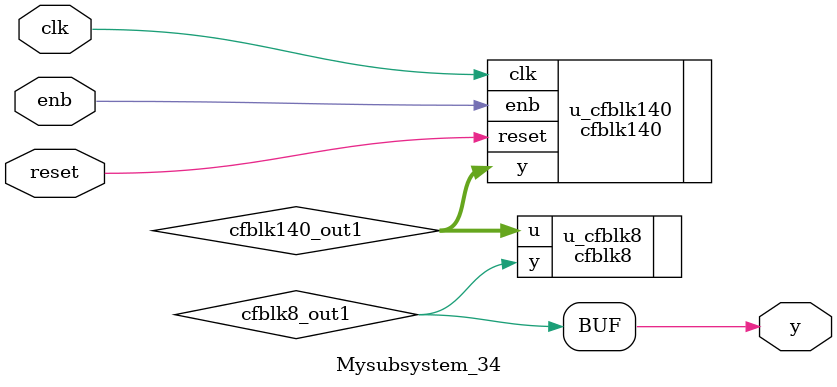
<source format=v>



`timescale 1 ns / 1 ns

module Mysubsystem_34
          (clk,
           reset,
           enb,
           y);


  input   clk;
  input   reset;
  input   enb;
  output  y;


  wire [15:0] cfblk140_out1;  // uint16
  wire cfblk8_out1;


  cfblk140 u_cfblk140 (.clk(clk),
                       .reset(reset),
                       .enb(enb),
                       .y(cfblk140_out1)  // uint16
                       );

  cfblk8 u_cfblk8 (.u(cfblk140_out1),  // uint16
                   .y(cfblk8_out1)
                   );

  assign y = cfblk8_out1;

endmodule  // Mysubsystem_34


</source>
